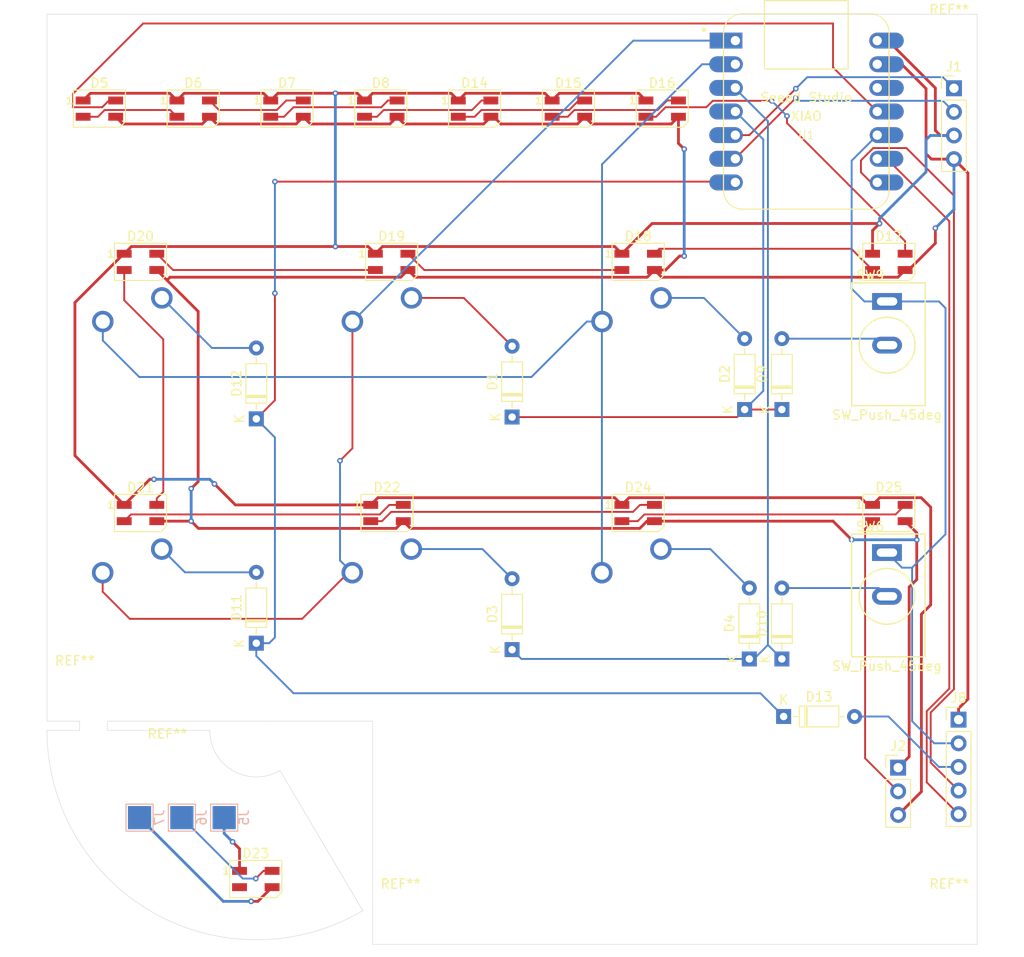
<source format=kicad_pcb>
(kicad_pcb (version 20240108) (generator "pcbnew") (generator_version "8.0")
  (layers (0 "F.Cu" signal) (31 "B.Cu" signal) (34 "B.Paste" user) (35 "F.Paste" user) (36 "B.SilkS" user "B.Silkscreen") (37 "F.SilkS" user "F.Silkscreen") (38 "B.Mask" user) (39 "F.Mask" user) (44 "Edge.Cuts" user))
  (net 0 "")
  (net 1 "Net-(D1-A)")
  (net 2 "ROW0")
  (net 3 "Net-(D2-A)")
  (net 4 "ROW1")
  (net 5 "EC11A")
  (net 6 "GND")
  (net 7 "EC11B")
  (net 8 "COL0")
  (net 9 "COL1")
  (net 10 "Net-(D3-A)")
  (net 11 "Net-(D10-A)")
  (net 12 "VCC")
  (net 14 "Net-(D4-A)")
  (net 15 "SDA")
  (net 16 "SCL")
  (net 17 "WS2812B")
  (net 18 "Net-(D5-DOUT)")
  (net 19 "COL2")
  (net 20 "Net-(D11-A)")
  (net 21 "ROW2")
  (net 22 "Net-(D12-A)")
  (net 23 "Net-(D9-A)")
  (net 24 "EC11SWB")
  (net 25 "Net-(D15-DOUT)")
  (net 26 "Net-(D14-DOUT)")
  (net 27 "Net-(D19-DOUT)")
  (net 28 "Net-(D18-DOUT)")
  (net 29 "Net-(D6-DIN)")
  (net 30 "Net-(D7-DOUT)")
  (net 31 "Net-(D14-DIN)")
  (net 32 "Net-(D16-DOUT)")
  (net 33 "Net-(D17-DOUT)")
  (net 34 "Net-(D20-DOUT)")
  (net 35 "Net-(D21-DOUT)")
  (net 36 "Net-(D22-DOUT)")
  (net 38 "Net-(D23-VDD)")
  (net 39 "Net-(D23-DIN)")
  (net 40 "Net-(D23-VSS)")
  (net 41 "Net-(D24-DOUT)")
  (net 42 "Net-(D25-DOUT)")
  (footprint "Diode_THT:D_DO-35_SOD27_P7.62mm_Horizontal" (layer "F.Cu") (at 63.5 104.31 90)
    (property "Reference" "D3")
    (property "Value" "D")
  )
  (footprint "Diode_THT:D_DO-35_SOD27_P7.62mm_Horizontal" (layer "F.Cu") (at 92.69 111.5)
    (property "Reference" "D13")
    (property "Value" "D")
  )
  (footprint "assets:LED_SK6812MINI_3D" (layer "F.Cu") (at 50.55 62.625)
    (property "Reference" "D19")
    (property "Value" "WS2812B")
  )
  (footprint "assets:LED_SK6812MINI_3D" (layer "F.Cu") (at 59.466667 46.15)
    (property "Reference" "D14")
    (property "Value" "WS2812B")
  )
  (footprint "Diode_THT:D_DO-35_SOD27_P7.62mm_Horizontal" (layer "F.Cu") (at 63.5 79.31 90)
    (property "Reference" "D1")
    (property "Value" "D")
  )
  (footprint "Diode_THT:D_DO-35_SOD27_P7.62mm_Horizontal" (layer "F.Cu") (at 36 79.5 90)
    (property "Reference" "D12")
    (property "Value" "D")
  )
  (footprint "assets:LED_SK6812MINI_3D" (layer "F.Cu") (at 39.300001 46.15)
    (property "Reference" "D7")
    (property "Value" "WS2812B")
  )
  (footprint "assets:MX-Solderable-1U-3D" (layer "F.Cu") (at 50.126667 98.58)
    (property "Reference" "SW3")
    (property "Value" "SW_Push_45deg")
  )
  (footprint "assets:MX-Solderable-1U-3D" (layer "F.Cu") (at 23.293334 98.58)
    (property "Reference" "SW7")
    (property "Value" "SW_Push_45deg")
  )
  (footprint "assets:MX-Solderable-1U-3D" (layer "F.Cu") (at 50.143333 71.58)
    (property "Reference" "SW2")
    (property "Value" "SW_Push_45deg")
  )
  (footprint "assets:MX-Solderable-1U-3D" (layer "F.Cu") (at 76.976666 71.58)
    (property "Reference" "SW5")
    (property "Value" "SW_Push_45deg")
  )
  (footprint "assets:LED_SK6812MINI_3D" (layer "F.Cu") (at 29.216668 46.15)
    (property "Reference" "D6")
    (property "Value" "WS2812B")
  )
  (footprint "MountingHole:MountingHole_2.5mm" (layer "F.Cu") (at 16.5 39)
    (property "Reference" "REF**" (hide yes))
    (property "Value" "MountingHole_2.5mm")
  )
  (footprint "MountingHole:MountingHole_2.5mm" (layer "F.Cu") (at 26.44641 116.870847)
    (property "Reference" "REF**")
    (property "Value" "MountingHole_2.5mm")
  )
  (footprint "assets:LED_SK6812MINI_3D" (layer "F.Cu") (at 69.55 46.15)
    (property "Reference" "D15")
    (property "Value" "WS2812B")
  )
  (footprint "assets:LED_SK6812MINI_3D" (layer "F.Cu") (at 77.05 89.625)
    (property "Reference" "D24")
    (property "Value" "WS2812B")
  )
  (footprint "MountingHole:MountingHole_2.5mm" (layer "F.Cu") (at 110.5 133)
    (property "Reference" "REF**")
    (property "Value" "MountingHole_2.5mm")
  )
  (footprint "assets:ToggleSwitch_MTS-101_SPST_3D" (layer "F.Cu") (at 103.793334 98.58)
    (property "Reference" "SW6")
    (property "Value" "SW_Push_45deg")
  )
  (footprint "assets:LED_SK6812MINI_3D" (layer "F.Cu") (at 50.05 89.625)
    (property "Reference" "D22")
    (property "Value" "WS2812B")
  )
  (footprint "MountingHole:MountingHole_2.5mm" (layer "F.Cu") (at 16.5 109)
    (property "Reference" "REF**")
    (property "Value" "MountingHole_2.5mm")
  )
  (footprint "Diode_THT:D_DO-35_SOD27_P7.62mm_Horizontal" (layer "F.Cu") (at 36 103.62 90)
    (property "Reference" "D11")
    (property "Value" "D")
  )
  (footprint "assets:LED_SK6812MINI_3D" (layer "F.Cu") (at 79.633335 46.15)
    (property "Reference" "D16")
    (property "Value" "WS2812B")
  )
  (footprint "assets:MX-Solderable-1U-3D" (layer "F.Cu") (at 23.31 71.58)
    (property "Reference" "SW8")
    (property "Value" "SW_Push_45deg")
  )
  (footprint "MountingHole:MountingHole_2.5mm" (layer "F.Cu") (at 51.5 133)
    (property "Reference" "REF**")
    (property "Value" "MountingHole_2.5mm")
  )
  (footprint "Diode_THT:D_DO-35_SOD27_P7.62mm_Horizontal" (layer "F.Cu") (at 88.5 78.5 90)
    (property "Reference" "D2")
    (property "Value" "D")
  )
  (footprint "Connector_PinHeader_2.54mm:PinHeader_1x03_P2.54mm_Vertical" (layer "F.Cu") (at 105 117)
    (property "Reference" "J2")
    (property "Value" "Conn_01x03_Pin")
  )
  (footprint "assets:LED_SK6812MINI_3D" (layer "F.Cu") (at 104 62.625)
    (property "Reference" "D17")
    (property "Value" "WS2812B")
  )
  (footprint "assets:LED_SK6812MINI_3D" (layer "F.Cu") (at 35.94641 128.970847)
    (property "Reference" "D23")
    (property "Value" "WS2812B")
  )
  (footprint "Diode_THT:D_DO-35_SOD27_P7.62mm_Horizontal" (layer "F.Cu") (at 92.5 78.5 90)
    (property "Reference" "D9")
    (property "Value" "D")
  )
  (footprint "assets:LED_SK6812MINI_3D" (layer "F.Cu") (at 19.133335 46.15)
    (property "Reference" "D5")
    (property "Value" "WS2812B")
  )
  (footprint "assets:LED_SK6812MINI_3D" (layer "F.Cu") (at 77.05 62.625)
    (property "Reference" "D18")
    (property "Value" "WS2812B")
  )
  (footprint "Seeed Studio XIAO Series Library:XIAO-Generic-Hybrid-14P-2.54-21X17.8MM" (layer "F.Cu") (at 95.125 46.46)
    (property "Reference" "U1")
    (property "Value" "Seeed Studio XIAO RP2040" (hide yes))
  )
  (footprint "Connector_PinHeader_2.54mm:PinHeader_1x04_P2.54mm_Vertical" (layer "F.Cu") (at 111 43.96)
    (property "Reference" "J1")
    (property "Value" "OLED_DISPLAY")
  )
  (footprint "assets:LED_SK6812MINI_3D" (layer "F.Cu") (at 23.55 89.625)
    (property "Reference" "D21")
    (property "Value" "WS2812B")
  )
  (footprint "assets:MX-Solderable-1U-3D" (layer "F.Cu") (at 76.96 98.58)
    (property "Reference" "SW4")
    (property "Value" "SW_Push_45deg")
  )
  (footprint "MountingHole:MountingHole_2.5mm" (layer "F.Cu") (at 110.5 39)
    (property "Reference" "REF**")
    (property "Value" "MountingHole_2.5mm")
  )
  (footprint "assets:LED_SK6812MINI_3D" (layer "F.Cu") (at 23.55 62.625)
    (property "Reference" "D20")
    (property "Value" "WS2812B")
  )
  (footprint "Diode_THT:D_DO-35_SOD27_P7.62mm_Horizontal" (layer "F.Cu") (at 92.5 105.31 90)
    (property "Reference" "D10")
    (property "Value" "D")
  )
  (footprint "assets:ToggleSwitch_MTS-101_SPST_3D" (layer "F.Cu") (at 103.81 71.58)
    (property "Reference" "SW9")
    (property "Value" "SW_Push_45deg")
  )
  (footprint "assets:LED_SK6812MINI_3D" (layer "F.Cu") (at 104 89.625)
    (property "Reference" "D25")
    (property "Value" "WS2812B")
  )
  (footprint "Connector_PinHeader_2.54mm:PinHeader_1x05_P2.54mm_Vertical" (layer "F.Cu") (at 111.5 111.84)
    (property "Reference" "J8")
    (property "Value" "Conn_01x05")
  )
  (footprint "Diode_THT:D_DO-35_SOD27_P7.62mm_Horizontal" (layer "F.Cu") (at 89 105.31 90)
    (property "Reference" "D4")
    (property "Value" "D")
  )
  (footprint "assets:LED_SK6812MINI_3D" (layer "F.Cu") (at 49.383334 46.15)
    (property "Reference" "D8")
    (property "Value" "WS2812B")
  )
  (footprint "TestPoint:TestPoint_Pad_2.5x2.5mm" (layer "B.Cu") (at 32.54641 122.370847 90)
    (property "Reference" "J5")
    (property "Value" "Conn_01x01")
  )
  (footprint "TestPoint:TestPoint_Pad_2.5x2.5mm" (layer "B.Cu") (at 23.44641 122.370847 90)
    (property "Reference" "J7")
    (property "Value" "Conn_01x01")
  )
  (footprint "TestPoint:TestPoint_Pad_2.5x2.5mm" (layer "B.Cu") (at 27.99641 122.370847 90)
    (property "Reference" "J6")
    (property "Value" "Conn_01x01")
  )
  (gr_line (start 113.5 136) (end 48.5 136) (stroke (width 0.05)) (layer "Edge.Cuts"))
  (gr_line (start 13.5 113) (end 17 113) (stroke (width 0.05)) (layer "Edge.Cuts"))
  (gr_line (start 37.5 112) (end 20 112) (stroke (width 0.05)) (layer "Edge.Cuts"))
  (gr_line (start 37.5 112) (end 48.5 112) (stroke (width 0.05)) (layer "Edge.Cuts"))
  (gr_line (start 38.543647 117.304633) (end 47.44641 132.370847) (stroke (width 0.05)) (layer "Edge.Cuts"))
  (gr_line (start 113.5 136) (end 113.5 36) (stroke (width 0.05)) (layer "Edge.Cuts"))
  (gr_line (start 20 112) (end 20 113) (stroke (width 0.05)) (layer "Edge.Cuts"))
  (gr_line (start 17 112) (end 17 113) (stroke (width 0.05)) (layer "Edge.Cuts"))
  (gr_arc (start 38.543647 117.304633) (mid 33.521919 117.342709) (end 31 113) (stroke (width 0.05)) (layer "Edge.Cuts"))
  (gr_line (start 48.5 136) (end 48.5 112) (stroke (width 0.05)) (layer "Edge.Cuts"))
  (gr_line (start 20 113) (end 31 113) (stroke (width 0.05)) (layer "Edge.Cuts"))
  (gr_line (start 113.5 36) (end 13.5 36) (stroke (width 0.05)) (layer "Edge.Cuts"))
  (gr_arc (start 47.44641 132.370847) (mid 24.848637 132.542188) (end 13.5 113) (stroke (width 0.05)) (layer "Edge.Cuts"))
  (gr_line (start 17 112) (end 13.5 112) (stroke (width 0.05)) (layer "Edge.Cuts"))
  (gr_line (start 13.5 112) (end 13.5 36) (stroke (width 0.05)) (layer "Edge.Cuts"))
  (segment (start 58.31 66.5) (end 63.5 71.69) (width 0.2) (layer "F.Cu") (net 1))
  (segment (start 52.683333 66.5) (end 58.31 66.5) (width 0.2) (layer "F.Cu") (net 1))
  (segment (start 63.5 79.31) (end 87.69 79.31) (width 0.2) (layer "F.Cu") (net 2))
  (segment (start 87.69 79.31) (end 88.5 78.5) (width 0.2) (layer "F.Cu") (net 2))
  (segment (start 88.5 78.5) (end 92.5 78.5) (width 0.2) (layer "F.Cu") (net 2))
  (segment (start 90.5 76.5) (end 90.5 49.46) (width 0.2) (layer "B.Cu") (net 2))
  (segment (start 90.5 49.46) (end 87.5 46.46) (width 0.2) (layer "B.Cu") (net 2))
  (segment (start 88.5 78.5) (end 90.5 76.5) (width 0.2) (layer "B.Cu") (net 2))
  (segment (start 79.516666 66.5) (end 84.12 66.5) (width 0.2) (layer "B.Cu") (net 3))
  (segment (start 84.12 66.5) (end 88.5 70.88) (width 0.2) (layer "B.Cu") (net 3))
  (segment (start 89.5 105.31) (end 91 103.81) (width 0.2) (layer "B.Cu") (net 4))
  (segment (start 87.5 43.92) (end 87.5 44) (width 0.2) (layer "B.Cu") (net 4))
  (segment (start 91 47.5) (end 91 102) (width 0.2) (layer "B.Cu") (net 4))
  (segment (start 91 102) (end 91 103.81) (width 0.2) (layer "B.Cu") (net 4))
  (segment (start 89 105.31) (end 89.5 105.31) (width 0.2) (layer "B.Cu") (net 4))
  (segment (start 89 105.31) (end 64.5 105.31) (width 0.2) (layer "B.Cu") (net 4))
  (segment (start 64.5 105.31) (end 63.5 104.31) (width 0.2) (layer "B.Cu") (net 4))
  (segment (start 91 103.81) (end 92.5 105.31) (width 0.2) (layer "B.Cu") (net 4))
  (segment (start 87.5 44) (end 91 47.5) (width 0.2) (layer "B.Cu") (net 4))
  (segment (start 110.5 108.5) (end 110.5 58.253654) (width 0.2) (layer "F.Cu") (net 5))
  (segment (start 108.072434 110.927566) (end 108.072434 118.572434) (width 0.2) (layer "F.Cu") (net 5))
  (segment (start 110.5 58.253654) (end 103.786346 51.54) (width 0.2) (layer "F.Cu") (net 5))
  (segment (start 108.072434 110.927566) (end 110.5 108.5) (width 0.2) (layer "F.Cu") (net 5))
  (segment (start 108.072434 118.572434) (end 111.5 122) (width 0.2) (layer "F.Cu") (net 5))
  (segment (start 103.786346 51.54) (end 102.75 51.54) (width 0.2) (layer "F.Cu") (net 5))
  (segment (start 51.908334 47.8) (end 60.441667 47.8) (width 0.3) (layer "F.Cu") (net 6))
  (segment (start 52.575 91.275) (end 51.8 90.5) (width 0.3) (layer "F.Cu") (net 6))
  (segment (start 29.75 86.25) (end 29 87) (width 0.3) (layer "F.Cu") (net 6))
  (segment (start 30.191668 47.8) (end 21.658335 47.8) (width 0.3) (layer "F.Cu") (net 6))
  (segment (start 80.608335 47.8) (end 81.383335 47.025) (width 0.3) (layer "F.Cu") (net 6))
  (segment (start 51.025 91.275) (end 29.775 91.275) (width 0.3) (layer "F.Cu") (net 6))
  (segment (start 40.275001 47.8) (end 41.050001 47.025) (width 0.3) (layer "F.Cu") (net 6))
  (segment (start 26.4 64.6) (end 29.75 67.95) (width 0.3) (layer "F.Cu") (net 6))
  (segment (start 50.358334 47.8) (end 51.133334 47.025) (width 0.3) (layer "F.Cu") (net 6))
  (segment (start 60.441667 47.8) (end 61.216667 47.025) (width 0.3) (layer "F.Cu") (net 6))
  (segment (start 105.75 63.5) (end 104.975 64.275) (width 0.3) (layer "F.Cu") (net 6))
  (segment (start 29.775 91.275) (end 29 90.5) (width 0.3) (layer "F.Cu") (net 6))
  (segment (start 98 90.5) (end 100 92.5) (width 0.3) (layer "F.Cu") (net 6))
  (segment (start 105.38 41.38) (end 108 44) (width 0.3) (layer "F.Cu") (net 6))
  (segment (start 52.3 63.5) (end 51.525 64.275) (width 0.3) (layer "F.Cu") (net 6))
  (segment (start 108 44) (end 108 51) (width 0.3) (layer "F.Cu") (net 6))
  (segment (start 61.525 47.025) (end 62.3 47.8) (width 0.3) (layer "F.Cu") (net 6))
  (segment (start 51.8 90.5) (end 51.025 91.275) (width 0.3) (layer "F.Cu") (net 6))
  (segment (start 102.75 41.38) (end 105.38 41.38) (width 0.3) (layer "F.Cu") (net 6))
  (segment (start 112.5 109.625) (end 112.5 53.08) (width 0.3) (layer "F.Cu") (net 6))
  (segment (start 104.975 64.275) (end 79.575 64.275) (width 0.3) (layer "F.Cu") (net 6))
  (segment (start 53.075 64.275) (end 78.025 64.275) (width 0.3) (layer "F.Cu") (net 6))
  (segment (start 78.025 64.275) (end 78.8 63.5) (width 0.3) (layer "F.Cu") (net 6))
  (segment (start 70.525 47.8) (end 71.3 47.025) (width 0.3) (layer "F.Cu") (net 6))
  (segment (start 31.741668 47.8) (end 40.275001 47.8) (width 0.3) (layer "F.Cu") (net 6))
  (segment (start 81.383335 49.883335) (end 81.383335 47.025) (width 0.3) (layer "F.Cu") (net 6))
  (segment (start 82 62) (end 81.5 62) (width 0.3) (layer "F.Cu") (net 6))
  (segment (start 51.133334 47.025) (end 51.908334 47.8) (width 0.3) (layer "F.Cu") (net 6))
  (segment (start 82 50.5) (end 81.383335 49.883335) (width 0.3) (layer "F.Cu") (net 6))
  (segment (start 30.966668 47.025) (end 30.191668 47.8) (width 0.3) (layer "F.Cu") (net 6))
  (segment (start 108 51) (end 108.58 51.58) (width 0.3) (layer "F.Cu") (net 6))
  (segment (start 79.575 64.275) (end 78.8 63.5) (width 0.3) (layer "F.Cu") (net 6))
  (segment (start 41.050001 47.025) (end 41.825001 47.8) (width 0.3) (layer "F.Cu") (net 6))
  (segment (start 21.658335 47.8) (end 20.883335 47.025) (width 0.3) (layer "F.Cu") (net 6))
  (segment (start 106.125 63.5) (end 109 60.625) (width 0.3) (layer "F.Cu") (net 6))
  (segment (start 106.187234 115.812766) (end 105 117) (width 0.3) (layer "F.Cu") (net 6))
  (segment (start 81.5 90.5) (end 98 90.5) (width 0.3) (layer "F.Cu") (net 6))
  (segment (start 106.187234 97.588414) (end 106.187234 115.812766) (width 0.3) (layer "F.Cu") (net 6))
  (segment (start 25.3 90.5) (end 29 90.5) (width 0.3) (layer "F.Cu") (net 6))
  (segment (start 25.3 63.5) (end 26.4 64.6) (width 0.3) (layer "F.Cu") (net 6))
  (segment (start 30.966668 47.025) (end 31.741668 47.8) (width 0.3) (layer "F.Cu") (net 6))
  (segment (start 80 63.5) (end 78.8 63.5) (width 0.3) (layer "F.Cu") (net 6))
  (segment (start 105.75 63.5) (end 106.125 63.5) (width 0.3) (layer "F.Cu") (net 6))
  (segment (start 62.3 47.8) (end 70.525 47.8) (width 0.3) (layer "F.Cu") (net 6))
  (segment (start 71.3 47.025) (end 72.075 47.8) (width 0.3) (layer "F.Cu") (net 6))
  (segment (start 111.5 110.625) (end 111.5 111.84) (width 0.3) (layer "F.Cu") (net 6))
  (segment (start 61.216667 47.025) (end 61.525 47.025) (width 0.3) (layer "F.Cu") (net 6))
  (segment (start 107 96.775648) (end 106.187234 97.588414) (width 0.3) (layer "F.Cu") (net 6))
  (segment (start 107 92.5) (end 107 96.775648) (width 0.3) (layer "F.Cu") (net 6))
  (segment (start 81.5 62) (end 80 63.5) (width 0.3) (layer "F.Cu") (net 6))
  (segment (start 112.5 53.08) (end 111 51.58) (width 0.3) (layer "F.Cu") (net 6))
  (segment (start 52.3 63.5) (end 53.075 64.275) (width 0.3) (layer "F.Cu") (net 6))
  (segment (start 107 91.75) (end 107 92.5) (width 0.3) (layer "F.Cu") (net 6))
  (segment (start 78.8 90.5) (end 78 90.5) (width 0.3) (layer "F.Cu") (net 6))
  (segment (start 26.725 64.275) (end 26.4 64.6) (width 0.3) (layer "F.Cu") (net 6))
  (segment (start 108.58 51.58) (end 111 51.58) (width 0.3) (layer "F.Cu") (net 6))
  (segment (start 72.075 47.8) (end 80.608335 47.8) (width 0.3) (layer "F.Cu") (net 6))
  (segment (start 112.5 109.625) (end 111.5 110.625) (width 0.3) (layer "F.Cu") (net 6))
  (segment (start 29.75 67.95) (end 29.75 86.25) (width 0.3) (layer "F.Cu") (net 6))
  (segment (start 82 50.5) (end 82.083335 50.416665) (width 0.3) (layer "F.Cu") (net 6))
  (segment (start 105.75 90.5) (end 107 91.75) (width 0.3) (layer "F.Cu") (net 6))
  (segment (start 77.225 91.275) (end 52.575 91.275) (width 0.3) (layer "F.Cu") (net 6))
  (segment (start 78 90.5) (end 77.225 91.275) (width 0.3) (layer "F.Cu") (net 6))
  (segment (start 78.8 90.5) (end 81.5 90.5) (width 0.3) (layer "F.Cu") (net 6))
  (segment (start 109 60.625) (end 109 59) (width 0.3) (layer "F.Cu") (net 6))
  (segment (start 51.525 64.275) (end 26.725 64.275) (width 0.3) (layer "F.Cu") (net 6))
  (segment (start 41.825001 47.8) (end 50.358334 47.8) (width 0.3) (layer "F.Cu") (net 6))
  (via (at 82 62) (size 0.6) (drill 0.3) (layers "F.Cu" "B.Cu") (net 6))
  (via (at 29 87) (size 0.6) (drill 0.3) (layers "F.Cu" "B.Cu") (net 6))
  (via (at 109 59) (size 0.6) (drill 0.3) (layers "F.Cu" "B.Cu") (net 6))
  (via (at 82 50.5) (size 0.6) (drill 0.3) (layers "F.Cu" "B.Cu") (net 6))
  (via (at 107 92.5) (size 0.6) (drill 0.3) (layers "F.Cu" "B.Cu") (net 6))
  (via (at 29 90.5) (size 0.6) (drill 0.3) (layers "F.Cu" "B.Cu") (net 6))
  (via (at 100 92.5) (size 0.6) (drill 0.3) (layers "F.Cu" "B.Cu") (net 6))
  (segment (start 109 59) (end 111 57) (width 0.3) (layer "B.Cu") (net 6))
  (segment (start 82 62) (end 82 50.5) (width 0.3) (layer "B.Cu") (net 6))
  (segment (start 29 90.5) (end 29 87) (width 0.3) (layer "B.Cu") (net 6))
  (segment (start 100 92.5) (end 107 92.5) (width 0.3) (layer "B.Cu") (net 6))
  (segment (start 111 57) (end 111 51.58) (width 0.3) (layer "B.Cu") (net 6))
  (segment (start 108.5 116.46) (end 111.5 119.46) (width 0.2) (layer "F.Cu") (net 7))
  (segment (start 102.08 54.08) (end 102.75 54.08) (width 0.2) (layer "F.Cu") (net 7))
  (segment (start 111 55.5) (end 105.89 50.39) (width 0.2) (layer "F.Cu") (net 7))
  (segment (start 105.89 50.39) (end 102.323654 50.39) (width 0.2) (layer "F.Cu") (net 7))
  (segment (start 111 108.565686) (end 111 55.5) (width 0.2) (layer "F.Cu") (net 7))
  (segment (start 101 51.713654) (end 101 53) (width 0.2) (layer "F.Cu") (net 7))
  (segment (start 108.5 111.065686) (end 108.5 116.46) (width 0.2) (layer "F.Cu") (net 7))
  (segment (start 102.323654 50.39) (end 101 51.713654) (width 0.2) (layer "F.Cu") (net 7))
  (segment (start 101 53) (end 102.08 54.08) (width 0.2) (layer "F.Cu") (net 7))
  (segment (start 108.5 111.065686) (end 111 108.565686) (width 0.2) (layer "F.Cu") (net 7))
  (segment (start 40.928338 101) (end 45.888338 96.04) (width 0.2) (layer "F.Cu") (net 8))
  (segment (start 46.333333 82.666667) (end 45 84) (width 0.2) (layer "F.Cu") (net 8))
  (segment (start 19.483334 98.084775) (end 22.398559 101) (width 0.2) (layer "F.Cu") (net 8))
  (segment (start 22.398559 101) (end 40.928338 101) (width 0.2) (layer "F.Cu") (net 8))
  (segment (start 45.888338 96.04) (end 46.316667 96.04) (width 0.2) (layer "F.Cu") (net 8))
  (segment (start 19.483334 96.04) (end 19.483334 98.084775) (width 0.2) (layer "F.Cu") (net 8))
  (segment (start 46.333333 69.04) (end 46.333333 82.666667) (width 0.2) (layer "F.Cu") (net 8))
  (via (at 45 84) (size 0.6) (drill 0.3) (layers "F.Cu" "B.Cu") (net 8))
  (segment (start 76.533333 38.84) (end 46.333333 69.04) (width 0.2) (layer "B.Cu") (net 8))
  (segment (start 76.533333 38.84) (end 87.5 38.84) (width 0.2) (layer "B.Cu") (net 8))
  (segment (start 45 94.723333) (end 45 84) (width 0.2) (layer "B.Cu") (net 8))
  (segment (start 46.316667 96.04) (end 45 94.723333) (width 0.2) (layer "B.Cu") (net 8))
  (segment (start 73.15 69.056666) (end 73.166666 69.04) (width 0.2) (layer "B.Cu") (net 9))
  (segment (start 73.166666 69.04) (end 73.166666 52.136988) (width 0.2) (layer "B.Cu") (net 9))
  (segment (start 73.15 96.04) (end 73.15 69.056666) (width 0.2) (layer "B.Cu") (net 9))
  (segment (start 71.540321 69.04) (end 65.580321 75) (width 0.2) (layer "B.Cu") (net 9))
  (segment (start 65.580321 75) (end 23.415225 75) (width 0.2) (layer "B.Cu") (net 9))
  (segment (start 19.5 71.084775) (end 19.5 69.04) (width 0.2) (layer "B.Cu") (net 9))
  (segment (start 73.166666 52.136988) (end 83.923654 41.38) (width 0.2) (layer "B.Cu") (net 9))
  (segment (start 23.415225 75) (end 19.5 71.084775) (width 0.2) (layer "B.Cu") (net 9))
  (segment (start 83.923654 41.38) (end 87.5 41.38) (width 0.2) (layer "B.Cu") (net 9))
  (segment (start 73.166666 69.04) (end 71.540321 69.04) (width 0.2) (layer "B.Cu") (net 9))
  (segment (start 60.31 93.5) (end 63.5 96.69) (width 0.2) (layer "B.Cu") (net 10))
  (segment (start 52.666667 93.5) (end 60.31 93.5) (width 0.2) (layer "B.Cu") (net 10))
  (segment (start 102.903334 97.69) (end 103.793334 98.58) (width 0.2) (layer "B.Cu") (net 11))
  (segment (start 92.5 97.69) (end 102.903334 97.69) (width 0.2) (layer "B.Cu") (net 11))
  (segment (start 102.25 88.75) (end 103.025 87.975) (width 0.3) (layer "F.Cu") (net 12))
  (segment (start 21.8 88.75) (end 24.55 86) (width 0.3) (layer "F.Cu") (net 12))
  (segment (start 67.8 45.275) (end 68.225 45.275) (width 0.3) (layer "F.Cu") (net 12))
  (segment (start 74.525 60.975) (end 49.575 60.975) (width 0.3) (layer "F.Cu") (net 12))
  (segment (start 102.25 59.25) (end 102.25 61.75) (width 0.3) (layer "F.Cu") (net 12))
  (segment (start 103 58.5) (end 102.25 59.25) (width 0.3) (layer "F.Cu") (net 12))
  (segment (start 111 49.04) (end 109.54 49.04) (width 0.3) (layer "F.Cu") (net 12))
  (segment (start 16.5 83.45) (end 16.5 67) (width 0.3) (layer "F.Cu") (net 12))
  (segment (start 46.858334 44.5) (end 47.633334 45.275) (width 0.3) (layer "F.Cu") (net 12))
  (segment (start 26.691668 44.5) (end 27.466668 45.275) (width 0.3) (layer "F.Cu") (net 12))
  (segment (start 36.775001 44.5) (end 37.550001 45.275) (width 0.3) (layer "F.Cu") (net 12))
  (segment (start 58.491667 44.5) (end 67.025 44.5) (width 0.3) (layer "F.Cu") (net 12))
  (segment (start 47.633334 45.275) (end 47.725 45.275) (width 0.3) (layer "F.Cu") (net 12))
  (segment (start 44.5 60.975) (end 48.025 60.975) (width 0.3) (layer "F.Cu") (net 12))
  (segment (start 48.025 60.975) (end 48.8 61.75) (width 0.3) (layer "F.Cu") (net 12))
  (segment (start 68.575 44.5) (end 67.8 45.275) (width 0.3) (layer "F.Cu") (net 12))
  (segment (start 24.55 86) (end 25 86) (width 0.3) (layer "F.Cu") (net 12))
  (segment (start 16.5 67) (end 21.75 61.75) (width 0.3) (layer "F.Cu") (net 12))
  (segment (start 74.525 87.975) (end 75.3 88.75) (width 0.3) (layer "F.Cu") (net 12))
  (segment (start 107.5 119.58) (end 105 122.08) (width 0.3) (layer "F.Cu") (net 12))
  (segment (start 109 48.5) (end 109 43.932944) (width 0.3) (layer "F.Cu") (net 12))
  (segment (start 76.075 87.975) (end 75.3 88.75) (width 0.3) (layer "F.Cu") (net 12))
  (segment (start 77.883335 45.275) (end 77.108335 44.5) (width 0.3) (layer "F.Cu") (net 12))
  (segment (start 75.3 61.75) (end 74.525 60.975) (width 0.3) (layer "F.Cu") (net 12))
  (segment (start 100.975 87.975) (end 76.075 87.975) (width 0.3) (layer "F.Cu") (net 12))
  (segment (start 28.241668 44.5) (end 36.775001 44.5) (width 0.3) (layer "F.Cu") (net 12))
  (segment (start 67.025 44.5) (end 67.8 45.275) (width 0.3) (layer "F.Cu") (net 12))
  (segment (start 107.5 100.5) (end 107.5 119.58) (width 0.3) (layer "F.Cu") (net 12))
  (segment (start 49.575 60.975) (end 48.8 61.75) (width 0.3) (layer "F.Cu") (net 12))
  (segment (start 21.8 88.75) (end 16.5 83.45) (width 0.3) (layer "F.Cu") (net 12))
  (segment (start 47.725 45.275) (end 48.5 44.5) (width 0.3) (layer "F.Cu") (net 12))
  (segment (start 108.5 89) (end 108.5 99.5) (width 0.3) (layer "F.Cu") (net 12))
  (segment (start 49.075 87.975) (end 74.525 87.975) (width 0.3) (layer "F.Cu") (net 12))
  (segment (start 77.108335 44.5) (end 68.575 44.5) (width 0.3) (layer "F.Cu") (net 12))
  (segment (start 103.907056 38.84) (end 102.75 38.84) (width 0.3) (layer "F.Cu") (net 12))
  (segment (start 18.158335 44.5) (end 26.691668 44.5) (width 0.3) (layer "F.Cu") (net 12))
  (segment (start 22.575 60.975) (end 44.5 60.975) (width 0.3) (layer "F.Cu") (net 12))
  (segment (start 107.475 87.975) (end 108.5 89) (width 0.3) (layer "F.Cu") (net 12))
  (segment (start 57.716667 45.275) (end 58.491667 44.5) (width 0.3) (layer "F.Cu") (net 12))
  (segment (start 21.8 61.75) (end 22.575 60.975) (width 0.3) (layer "F.Cu") (net 12))
  (segment (start 17.383335 45.275) (end 18.158335 44.5) (width 0.3) (layer "F.Cu") (net 12))
  (segment (start 109.54 49.04) (end 109 48.5) (width 0.3) (layer "F.Cu") (net 12))
  (segment (start 108.5 99.5) (end 107.5 100.5) (width 0.3) (layer "F.Cu") (net 12))
  (segment (start 31.5 86.5) (end 33.75 88.75) (width 0.3) (layer "F.Cu") (net 12))
  (segment (start 37.550001 45.275) (end 38.325001 44.5) (width 0.3) (layer "F.Cu") (net 12))
  (segment (start 56.941667 44.5) (end 57.716667 45.275) (width 0.3) (layer "F.Cu") (net 12))
  (segment (start 21.75 61.75) (end 21.8 61.75) (width 0.3) (layer "F.Cu") (net 12))
  (segment (start 103 58.5) (end 78.55 58.5) (width 0.3) (layer "F.Cu") (net 12))
  (segment (start 101.75 88.75) (end 100.975 87.975) (width 0.3) (layer "F.Cu") (net 12))
  (segment (start 48.3 88.75) (end 49.075 87.975) (width 0.3) (layer "F.Cu") (net 12))
  (segment (start 48.5 44.5) (end 56.941667 44.5) (width 0.3) (layer "F.Cu") (net 12))
  (segment (start 109 43.932944) (end 103.907056 38.84) (width 0.3) (layer "F.Cu") (net 12))
  (segment (start 78.55 58.5) (end 75.3 61.75) (width 0.3) (layer "F.Cu") (net 12))
  (segment (start 103.025 87.975) (end 107.475 87.975) (width 0.3) (layer "F.Cu") (net 12))
  (segment (start 33.75 88.75) (end 48.3 88.75) (width 0.3) (layer "F.Cu") (net 12))
  (segment (start 102.25 88.75) (end 101.75 88.75) (width 0.3) (layer "F.Cu") (net 12))
  (segment (start 38.325001 44.5) (end 46.858334 44.5) (width 0.3) (layer "F.Cu") (net 12))
  (segment (start 27.466668 45.275) (end 28.241668 44.5) (width 0.3) (layer "F.Cu") (net 12))
  (via (at 44.5 44.5) (size 0.6) (drill 0.3) (layers "F.Cu" "B.Cu") (net 12))
  (via (at 44.5 60.975) (size 0.6) (drill 0.3) (layers "F.Cu" "B.Cu") (net 12))
  (via (at 31.5 86.5) (size 0.6) (drill 0.3) (layers "F.Cu" "B.Cu") (net 12))
  (via (at 25 86) (size 0.6) (drill 0.3) (layers "F.Cu" "B.Cu") (net 12))
  (via (at 103 58.5) (size 0.6) (drill 0.3) (layers "F.Cu" "B.Cu") (net 12))
  (segment (start 108 49.5) (end 108.46 49.04) (width 0.3) (layer "B.Cu") (net 12))
  (segment (start 103 58.5) (end 103 57.953654) (width 0.3) (layer "B.Cu") (net 12))
  (segment (start 25 86) (end 31 86) (width 0.3) (layer "B.Cu") (net 12))
  (segment (start 31 86) (end 31.5 86.5) (width 0.3) (layer "B.Cu") (net 12))
  (segment (start 108 52.953654) (end 108 49.5) (width 0.3) (layer "B.Cu") (net 12))
  (segment (start 108.46 49.04) (end 111 49.04) (width 0.3) (layer "B.Cu") (net 12))
  (segment (start 44.5 44.5) (end 44.5 60.975) (width 0.3) (layer "B.Cu") (net 12))
  (segment (start 103 57.953654) (end 108 52.953654) (width 0.3) (layer "B.Cu") (net 12))
  (segment (start 79.5 93.5) (end 84.81 93.5) (width 0.2) (layer "B.Cu") (net 14))
  (segment (start 84.81 93.5) (end 89 97.69) (width 0.2) (layer "B.Cu") (net 14))
  (segment (start 89 49) (end 94 44) (width 0.2) (layer "F.Cu") (net 15))
  (segment (start 87.5 49) (end 89 49) (width 0.2) (layer "F.Cu") (net 15))
  (via (at 94 44) (size 0.6) (drill 0.3) (layers "F.Cu" "B.Cu") (net 15))
  (segment (start 94 44) (end 95.23 42.77) (width 0.2) (layer "B.Cu") (net 15))
  (segment (start 95.23 42.77) (end 109.81 42.77) (width 0.2) (layer "B.Cu") (net 15))
  (segment (start 109.81 42.77) (end 111 43.96) (width 0.2) (layer "B.Cu") (net 15))
  (segment (start 87.5 51.54) (end 87.5 51.5) (width 0.2) (layer "F.Cu") (net 16))
  (segment (start 87.5 51.5) (end 94 45) (width 0.2) (layer "F.Cu") (net 16))
  (via (at 94 45) (size 0.6) (drill 0.3) (layers "F.Cu" "B.Cu") (net 16))
  (segment (start 94 45) (end 94.31 45.31) (width 0.2) (layer "B.Cu") (net 16))
  (segment (start 94.31 45.31) (end 109.81 45.31) (width 0.2) (layer "B.Cu") (net 16))
  (segment (start 109.81 45.31) (end 111 46.5) (width 0.2) (layer "B.Cu") (net 16))
  (segment (start 20.159314 45.275) (end 19.434314 46) (width 0.2) (layer "F.Cu") (net 17))
  (segment (start 16.283335 44.55) (end 23.833335 37) (width 0.2) (layer "F.Cu") (net 17))
  (segment (start 98 41.71) (end 102.75 46.46) (width 0.2) (layer "F.Cu") (net 17))
  (segment (start 16.283335 46) (end 16.283335 44.55) (width 0.2) (layer "F.Cu") (net 17))
  (segment (start 19.434314 46) (end 16.283335 46) (width 0.2) (layer "F.Cu") (net 17))
  (segment (start 20.883335 45.275) (end 20.159314 45.275) (width 0.2) (layer "F.Cu") (net 17))
  (segment (start 98 37) (end 98 41.71) (width 0.2) (layer "F.Cu") (net 17))
  (segment (start 23.833335 37) (end 98 37) (width 0.2) (layer "F.Cu") (net 17))
  (segment (start 19.7 46.3) (end 18.975 47.025) (width 0.2) (layer "F.Cu") (net 18))
  (segment (start 26.741668 46.3) (end 19.7 46.3) (width 0.2) (layer "F.Cu") (net 18))
  (segment (start 18.975 47.025) (end 17.383335 47.025) (width 0.2) (layer "F.Cu") (net 18))
  (segment (start 27.466668 47.025) (end 26.741668 46.3) (width 0.2) (layer "F.Cu") (net 18))
  (segment (start 100 51.75) (end 102.75 49) (width 0.2) (layer "B.Cu") (net 19))
  (segment (start 108.88 114.38) (end 111.5 114.38) (width 0.2) (layer "B.Cu") (net 19))
  (segment (start 106.5 112) (end 108.88 114.38) (width 0.2) (layer "B.Cu") (net 19))
  (segment (start 100 65.5) (end 100 51.75) (width 0.2) (layer "B.Cu") (net 19))
  (segment (start 110.0909 67.5909) (end 110.0909 91.9091) (width 0.2) (layer "B.Cu") (net 19))
  (segment (start 105.413334 95.5) (end 103.793334 93.88) (width 0.2) (layer "B.Cu") (net 19))
  (segment (start 106.5 95.5) (end 105.413334 95.5) (width 0.2) (layer "B.Cu") (net 19))
  (segment (start 109.38 66.88) (end 103.81 66.88) (width 0.2) (layer "B.Cu") (net 19))
  (segment (start 110.0909 67.5909) (end 109.38 66.88) (width 0.2) (layer "B.Cu") (net 19))
  (segment (start 110.0909 91.9091) (end 106.5 95.5) (width 0.2) (layer "B.Cu") (net 19))
  (segment (start 103.81 66.88) (end 101.38 66.88) (width 0.2) (layer "B.Cu") (net 19))
  (segment (start 101.38 66.88) (end 100 65.5) (width 0.2) (layer "B.Cu") (net 19))
  (segment (start 106.5 95.5) (end 106.5 112) (width 0.2) (layer "B.Cu") (net 19))
  (segment (start 36 96) (end 28.333334 96) (width 0.2) (layer "B.Cu") (net 20))
  (segment (start 28.333334 96) (end 25.833334 93.5) (width 0.2) (layer "B.Cu") (net 20))
  (segment (start 38 77.5) (end 36 79.5) (width 0.2) (layer "F.Cu") (net 21))
  (segment (start 87.5 54.08) (end 87.42 54) (width 0.2) (layer "F.Cu") (net 21))
  (segment (start 38 77.5) (end 38 66) (width 0.2) (layer "F.Cu") (net 21))
  (segment (start 87.42 54) (end 38 54) (width 0.2) (layer "F.Cu") (net 21))
  (via (at 38 66) (size 0.6) (drill 0.3) (layers "F.Cu" "B.Cu") (net 21))
  (via (at 38 54) (size 0.6) (drill 0.3) (layers "F.Cu" "B.Cu") (net 21))
  (segment (start 36 79.5) (end 38 81.5) (width 0.2) (layer "B.Cu") (net 21))
  (segment (start 38 81.5) (end 38 103) (width 0.2) (layer "B.Cu") (net 21))
  (segment (start 36 103.62) (end 36 105) (width 0.2) (layer "B.Cu") (net 21))
  (segment (start 36 105) (end 40 109) (width 0.2) (layer "B.Cu") (net 21))
  (segment (start 37.38 103.62) (end 36 103.62) (width 0.2) (layer "B.Cu") (net 21))
  (segment (start 38 103) (end 37.38 103.62) (width 0.2) (layer "B.Cu") (net 21))
  (segment (start 38 66) (end 38 54) (width 0.2) (layer "B.Cu") (net 21))
  (segment (start 40 109) (end 90.19 109) (width 0.2) (layer "B.Cu") (net 21))
  (segment (start 90.19 109) (end 92.69 111.5) (width 0.2) (layer "B.Cu") (net 21))
  (segment (start 31.23 71.88) (end 36 71.88) (width 0.2) (layer "B.Cu") (net 22))
  (segment (start 25.85 66.5) (end 31.23 71.88) (width 0.2) (layer "B.Cu") (net 22))
  (segment (start 92.5 70.88) (end 103.11 70.88) (width 0.2) (layer "B.Cu") (net 23))
  (segment (start 103.11 70.88) (end 103.81 71.58) (width 0.2) (layer "B.Cu") (net 23))
  (segment (start 103.96 111.5) (end 109.38 116.92) (width 0.2) (layer "B.Cu") (net 24))
  (segment (start 109.38 116.92) (end 111.5 116.92) (width 0.2) (layer "B.Cu") (net 24))
  (segment (start 100.31 111.5) (end 103.96 111.5) (width 0.2) (layer "B.Cu") (net 24))
  (segment (start 80.159314 45.275) (end 81.383335 45.275) (width 0.2) (layer "F.Cu") (net 25))
  (segment (start 67.8 47.025) (end 69.475 47.025) (width 0.2) (layer "F.Cu") (net 25))
  (segment (start 69.475 47.025) (end 70.2 46.3) (width 0.2) (layer "F.Cu") (net 25))
  (segment (start 70.2 46.3) (end 79.134314 46.3) (width 0.2) (layer "F.Cu") (net 25))
  (segment (start 79.134314 46.3) (end 80.159314 45.275) (width 0.2) (layer "F.Cu") (net 25))
  (segment (start 70.659314 45.275) (end 71.3 45.275) (width 0.2) (layer "F.Cu") (net 26))
  (segment (start 60.2 46.3) (end 69.634314 46.3) (width 0.2) (layer "F.Cu") (net 26))
  (segment (start 69.634314 46.3) (end 70.659314 45.275) (width 0.2) (layer "F.Cu") (net 26))
  (segment (start 59.475 47.025) (end 60.2 46.3) (width 0.2) (layer "F.Cu") (net 26))
  (segment (start 57.716667 47.025) (end 59.475 47.025) (width 0.2) (layer "F.Cu") (net 26))
  (segment (start 27.05 63.5) (end 25.3 61.75) (width 0.2) (layer "F.Cu") (net 27))
  (segment (start 48.8 63.5) (end 27.05 63.5) (width 0.2) (layer "F.Cu") (net 27))
  (segment (start 54.05 63.5) (end 52.3 61.75) (width 0.2) (layer "F.Cu") (net 28))
  (segment (start 75.3 63.5) (end 54.05 63.5) (width 0.2) (layer "F.Cu") (net 28))
  (segment (start 31.991668 46.3) (end 30.966668 45.275) (width 0.2) (layer "F.Cu") (net 29))
  (segment (start 38.2 46.3) (end 31.991668 46.3) (width 0.2) (layer "F.Cu") (net 29))
  (segment (start 39.225 45.275) (end 38.2 46.3) (width 0.2) (layer "F.Cu") (net 29))
  (segment (start 41.050001 45.275) (end 39.225 45.275) (width 0.2) (layer "F.Cu") (net 29))
  (segment (start 38.975 47.025) (end 40 46) (width 0.2) (layer "F.Cu") (net 30))
  (segment (start 37.550001 47.025) (end 38.975 47.025) (width 0.2) (layer "F.Cu") (net 30))
  (segment (start 40 46) (end 49.434314 46) (width 0.2) (layer "F.Cu") (net 30))
  (segment (start 49.434314 46) (end 50.159314 45.275) (width 0.2) (layer "F.Cu") (net 30))
  (segment (start 50.159314 45.275) (end 51.133334 45.275) (width 0.2) (layer "F.Cu") (net 30))
  (segment (start 48.975 47.025) (end 49.7 46.3) (width 0.2) (layer "F.Cu") (net 31))
  (segment (start 47.633334 47.025) (end 48.975 47.025) (width 0.2) (layer "F.Cu") (net 31))
  (segment (start 49.7 46.3) (end 59.191667 46.3) (width 0.2) (layer "F.Cu") (net 31))
  (segment (start 60.216667 45.275) (end 61.216667 45.275) (width 0.2) (layer "F.Cu") (net 31))
  (segment (start 59.191667 46.3) (end 60.216667 45.275) (width 0.2) (layer "F.Cu") (net 31))
  (segment (start 93.05 47.701471) (end 93.05 46.95) (width 0.2) (layer "F.Cu") (net 32))
  (segment (start 105.75 61.75) (end 105.75 60.401471) (width 0.2) (layer "F.Cu") (net 32))
  (segment (start 84.383654 46) (end 85.073654 45.31) (width 0.2) (layer "F.Cu") (net 32))
  (segment (start 85.073654 45.31) (end 91.41 45.31) (width 0.2) (layer "F.Cu") (net 32))
  (segment (start 78.975 47.025) (end 80 46) (width 0.2) (layer "F.Cu") (net 32))
  (segment (start 105.75 60.401471) (end 93.05 47.701471) (width 0.2) (layer "F.Cu") (net 32))
  (segment (start 80 46) (end 84.383654 46) (width 0.2) (layer "F.Cu") (net 32))
  (segment (start 77.883335 47.025) (end 78.975 47.025) (width 0.2) (layer "F.Cu") (net 32))
  (via (at 91.41 45.31) (size 0.6) (drill 0.3) (layers "F.Cu" "B.Cu") (net 32))
  (via (at 93.05 46.95) (size 0.6) (drill 0.3) (layers "F.Cu" "B.Cu") (net 32))
  (segment (start 91.41 45.31) (end 93.05 46.95) (width 0.2) (layer "B.Cu") (net 32))
  (segment (start 102.25 63.5) (end 99.965686 61.215686) (width 0.2) (layer "F.Cu") (net 33))
  (segment (start 99.965686 61.215686) (end 79.334314 61.215686) (width 0.2) (layer "F.Cu") (net 33))
  (segment (start 79.334314 61.215686) (end 78.8 61.75) (width 0.2) (layer "F.Cu") (net 33))
  (segment (start 26 70.955225) (end 21.8 66.755225) (width 0.2) (layer "F.Cu") (net 34))
  (segment (start 26 70.955225) (end 26 87.35) (width 0.2) (layer "F.Cu") (net 34))
  (segment (start 25.3 88.75) (end 25.3 88.05) (width 0.2) (layer "F.Cu") (net 34))
  (segment (start 25.3 88.05) (end 26 87.35) (width 0.2) (layer "F.Cu") (net 34))
  (segment (start 21.8 66.755225) (end 21.8 63.5) (width 0.2) (layer "F.Cu") (net 34))
  (segment (start 50.3 88.75) (end 51.8 88.75) (width 0.2) (layer "F.Cu") (net 35))
  (segment (start 49.275 89.775) (end 50.3 88.75) (width 0.2) (layer "F.Cu") (net 35))
  (segment (start 21.8 90.5) (end 22.525 89.775) (width 0.2) (layer "F.Cu") (net 35))
  (segment (start 22.525 89.775) (end 49.275 89.775) (width 0.2) (layer "F.Cu") (net 35))
  (segment (start 49.5 90.5) (end 50.5 89.5) (width 0.2) (layer "F.Cu") (net 36))
  (segment (start 50.5 89.5) (end 76.5 89.5) (width 0.2) (layer "F.Cu") (net 36))
  (segment (start 78.8 88.75) (end 77.25 88.75) (width 0.2) (layer "F.Cu") (net 36))
  (segment (start 48.3 90.5) (end 49.5 90.5) (width 0.2) (layer "F.Cu") (net 36))
  (segment (start 77.25 88.75) (end 76.5 89.5) (width 0.2) (layer "F.Cu") (net 36))
  (segment (start 34.19641 125.720847) (end 33.44641 124.970847) (width 0.3) (layer "F.Cu") (net 38))
  (segment (start 34.19641 128.095847) (end 34.19641 125.720847) (width 0.3) (layer "F.Cu") (net 38))
  (via (at 33.44641 124.970847) (size 0.6) (drill 0.3) (layers "F.Cu" "B.Cu") (net 38))
  (segment (start 32.54641 124.070847) (end 32.54641 122.370847) (width 0.3) (layer "B.Cu") (net 38))
  (segment (start 33.44641 124.970847) (end 32.54641 124.070847) (width 0.3) (layer "B.Cu") (net 38))
  (segment (start 37.69641 128.095847) (end 36.77141 128.095847) (width 0.2) (layer "F.Cu") (net 39))
  (segment (start 36.77141 128.095847) (end 35.94641 128.920847) (width 0.2) (layer "F.Cu") (net 39))
  (via (at 35.94641 128.920847) (size 0.6) (drill 0.3) (layers "F.Cu" "B.Cu") (net 39))
  (segment (start 34.54641 128.920847) (end 27.99641 122.370847) (width 0.2) (layer "B.Cu") (net 39))
  (segment (start 35.94641 128.920847) (end 35.99641 128.920847) (width 0.2) (layer "B.Cu") (net 39))
  (segment (start 35.94641 128.920847) (end 34.54641 128.920847) (width 0.2) (layer "B.Cu") (net 39))
  (segment (start 36.17141 131.370847) (end 37.69641 129.845847) (width 0.3) (layer "F.Cu") (net 40))
  (segment (start 35.44641 131.370847) (end 36.17141 131.370847) (width 0.3) (layer "F.Cu") (net 40))
  (via (at 35.44641 131.370847) (size 0.6) (drill 0.3) (layers "F.Cu" "B.Cu") (net 40))
  (segment (start 32.44641 131.370847) (end 23.44641 122.370847) (width 0.3) (layer "B.Cu") (net 40))
  (segment (start 35.44641 131.370847) (end 32.44641 131.370847) (width 0.3) (layer "B.Cu") (net 40))
  (segment (start 77 90.5) (end 75.3 90.5) (width 0.2) (layer "F.Cu") (net 41))
  (segment (start 104.725 89.775) (end 77.725 89.775) (width 0.2) (layer "F.Cu") (net 41))
  (segment (start 77.725 89.775) (end 77 90.5) (width 0.2) (layer "F.Cu") (net 41))
  (segment (start 105.75 88.75) (end 104.725 89.775) (width 0.2) (layer "F.Cu") (net 41))
  (segment (start 101.449434 115.989434) (end 105 119.54) (width 0.2) (layer "F.Cu") (net 42))
  (segment (start 102.25 90.5) (end 101.449434 91.300566) (width 0.2) (layer "F.Cu") (net 42))
  (segment (start 101.449434 91.300566) (end 101.449434 115.989434) (width 0.2) (layer "F.Cu") (net 42))
)
</source>
